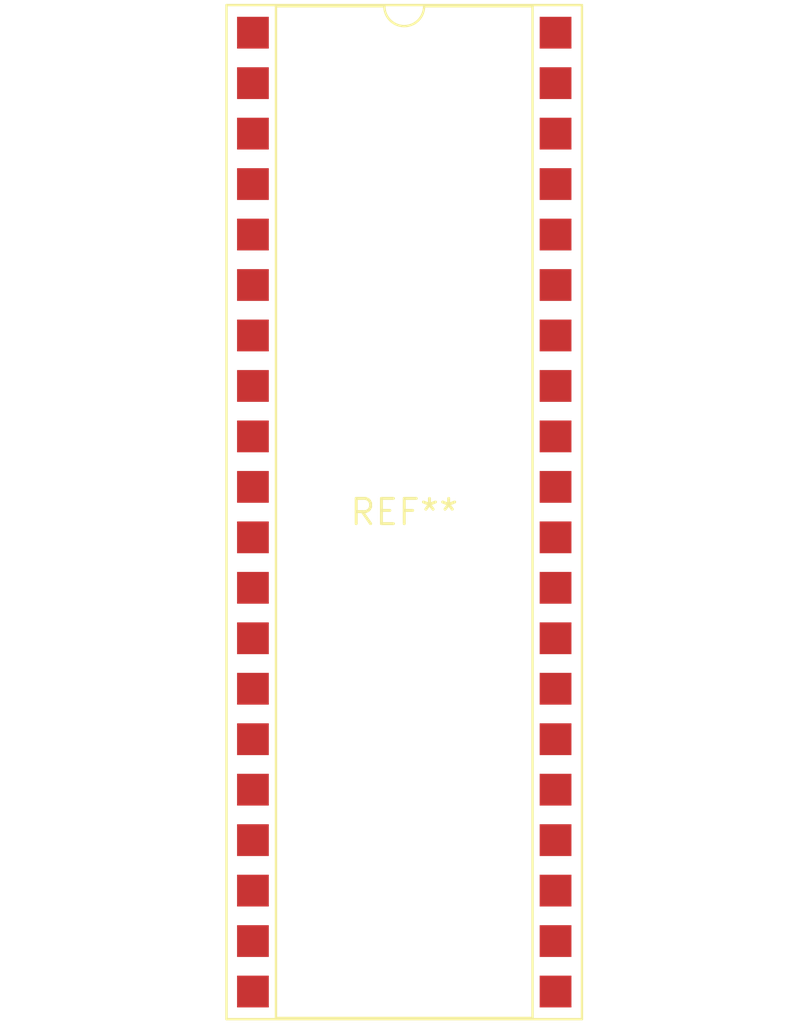
<source format=kicad_pcb>
(kicad_pcb (version 20240108) (generator pcbnew)
  (layers (0 "F.Cu" signal) (31 "B.Cu" signal) (34 "B.Paste" user) (35 "F.Paste" user) (36 "B.SilkS" user "B.Silkscreen") (37 "F.SilkS" user "F.Silkscreen") (38 "B.Mask" user) (39 "F.Mask" user) (44 "Edge.Cuts" user))
  (net 0 "")
  (footprint "DIP-40_W15.24mm_SMDSocket_SmallPads" (layer "F.Cu") (at 0 0)
    (property "Reference" "REF**")
    (property "Value" "DIP-40_W15.24mm_SMDSocket_SmallPads")
    (fp_line (start -8.95 -25.52) (end -8.95 25.52) (layer "F.SilkS") (stroke (width 0.12)))
    (fp_line (start -8.95 25.52) (end 8.95 25.52) (layer "F.SilkS") (stroke (width 0.12)))
    (fp_line (start -6.46 -25.46) (end -6.46 25.46) (layer "F.SilkS") (stroke (width 0.12)))
    (fp_line (start -6.46 25.46) (end 6.46 25.46) (layer "F.SilkS") (stroke (width 0.12)))
    (fp_line (start -1 -25.46) (end -6.46 -25.46) (layer "F.SilkS") (stroke (width 0.12)))
    (fp_line (start 6.46 -25.46) (end 1 -25.46) (layer "F.SilkS") (stroke (width 0.12)))
    (fp_line (start 6.46 25.46) (end 6.46 -25.46) (layer "F.SilkS") (stroke (width 0.12)))
    (fp_line (start 8.95 -25.52) (end -8.95 -25.52) (layer "F.SilkS") (stroke (width 0.12)))
    (fp_line (start 8.95 25.52) (end 8.95 -25.52) (layer "F.SilkS") (stroke (width 0.12)))
    (fp_arc (start 1 -25.46) (mid 0 -24.46) (end -1 -25.46) (layer "F.SilkS") (stroke (width 0.12)))
    (pad "1" smd rect (at -7.62 -24.13) (size 1.6 1.6) (layers "F.Cu" "F.Paste" "F.Mask"))
    (pad "2" smd rect (at -7.62 -21.59) (size 1.6 1.6) (layers "F.Cu" "F.Paste" "F.Mask"))
    (pad "3" smd rect (at -7.62 -19.05) (size 1.6 1.6) (layers "F.Cu" "F.Paste" "F.Mask"))
    (pad "4" smd rect (at -7.62 -16.51) (size 1.6 1.6) (layers "F.Cu" "F.Paste" "F.Mask"))
    (pad "5" smd rect (at -7.62 -13.97) (size 1.6 1.6) (layers "F.Cu" "F.Paste" "F.Mask"))
    (pad "6" smd rect (at -7.62 -11.43) (size 1.6 1.6) (layers "F.Cu" "F.Paste" "F.Mask"))
    (pad "7" smd rect (at -7.62 -8.89) (size 1.6 1.6) (layers "F.Cu" "F.Paste" "F.Mask"))
    (pad "8" smd rect (at -7.62 -6.35) (size 1.6 1.6) (layers "F.Cu" "F.Paste" "F.Mask"))
    (pad "9" smd rect (at -7.62 -3.81) (size 1.6 1.6) (layers "F.Cu" "F.Paste" "F.Mask"))
    (pad "10" smd rect (at -7.62 -1.27) (size 1.6 1.6) (layers "F.Cu" "F.Paste" "F.Mask"))
    (pad "11" smd rect (at -7.62 1.27) (size 1.6 1.6) (layers "F.Cu" "F.Paste" "F.Mask"))
    (pad "12" smd rect (at -7.62 3.81) (size 1.6 1.6) (layers "F.Cu" "F.Paste" "F.Mask"))
    (pad "13" smd rect (at -7.62 6.35) (size 1.6 1.6) (layers "F.Cu" "F.Paste" "F.Mask"))
    (pad "14" smd rect (at -7.62 8.89) (size 1.6 1.6) (layers "F.Cu" "F.Paste" "F.Mask"))
    (pad "15" smd rect (at -7.62 11.43) (size 1.6 1.6) (layers "F.Cu" "F.Paste" "F.Mask"))
    (pad "16" smd rect (at -7.62 13.97) (size 1.6 1.6) (layers "F.Cu" "F.Paste" "F.Mask"))
    (pad "17" smd rect (at -7.62 16.51) (size 1.6 1.6) (layers "F.Cu" "F.Paste" "F.Mask"))
    (pad "18" smd rect (at -7.62 19.05) (size 1.6 1.6) (layers "F.Cu" "F.Paste" "F.Mask"))
    (pad "19" smd rect (at -7.62 21.59) (size 1.6 1.6) (layers "F.Cu" "F.Paste" "F.Mask"))
    (pad "20" smd rect (at -7.62 24.13) (size 1.6 1.6) (layers "F.Cu" "F.Paste" "F.Mask"))
    (pad "21" smd rect (at 7.62 24.13) (size 1.6 1.6) (layers "F.Cu" "F.Paste" "F.Mask"))
    (pad "22" smd rect (at 7.62 21.59) (size 1.6 1.6) (layers "F.Cu" "F.Paste" "F.Mask"))
    (pad "23" smd rect (at 7.62 19.05) (size 1.6 1.6) (layers "F.Cu" "F.Paste" "F.Mask"))
    (pad "24" smd rect (at 7.62 16.51) (size 1.6 1.6) (layers "F.Cu" "F.Paste" "F.Mask"))
    (pad "25" smd rect (at 7.62 13.97) (size 1.6 1.6) (layers "F.Cu" "F.Paste" "F.Mask"))
    (pad "26" smd rect (at 7.62 11.43) (size 1.6 1.6) (layers "F.Cu" "F.Paste" "F.Mask"))
    (pad "27" smd rect (at 7.62 8.89) (size 1.6 1.6) (layers "F.Cu" "F.Paste" "F.Mask"))
    (pad "28" smd rect (at 7.62 6.35) (size 1.6 1.6) (layers "F.Cu" "F.Paste" "F.Mask"))
    (pad "29" smd rect (at 7.62 3.81) (size 1.6 1.6) (layers "F.Cu" "F.Paste" "F.Mask"))
    (pad "30" smd rect (at 7.62 1.27) (size 1.6 1.6) (layers "F.Cu" "F.Paste" "F.Mask"))
    (pad "31" smd rect (at 7.62 -1.27) (size 1.6 1.6) (layers "F.Cu" "F.Paste" "F.Mask"))
    (pad "32" smd rect (at 7.62 -3.81) (size 1.6 1.6) (layers "F.Cu" "F.Paste" "F.Mask"))
    (pad "33" smd rect (at 7.62 -6.35) (size 1.6 1.6) (layers "F.Cu" "F.Paste" "F.Mask"))
    (pad "34" smd rect (at 7.62 -8.89) (size 1.6 1.6) (layers "F.Cu" "F.Paste" "F.Mask"))
    (pad "35" smd rect (at 7.62 -11.43) (size 1.6 1.6) (layers "F.Cu" "F.Paste" "F.Mask"))
    (pad "36" smd rect (at 7.62 -13.97) (size 1.6 1.6) (layers "F.Cu" "F.Paste" "F.Mask"))
    (pad "37" smd rect (at 7.62 -16.51) (size 1.6 1.6) (layers "F.Cu" "F.Paste" "F.Mask"))
    (pad "38" smd rect (at 7.62 -19.05) (size 1.6 1.6) (layers "F.Cu" "F.Paste" "F.Mask"))
    (pad "39" smd rect (at 7.62 -21.59) (size 1.6 1.6) (layers "F.Cu" "F.Paste" "F.Mask"))
    (pad "40" smd rect (at 7.62 -24.13) (size 1.6 1.6) (layers "F.Cu" "F.Paste" "F.Mask"))
  )
)
</source>
